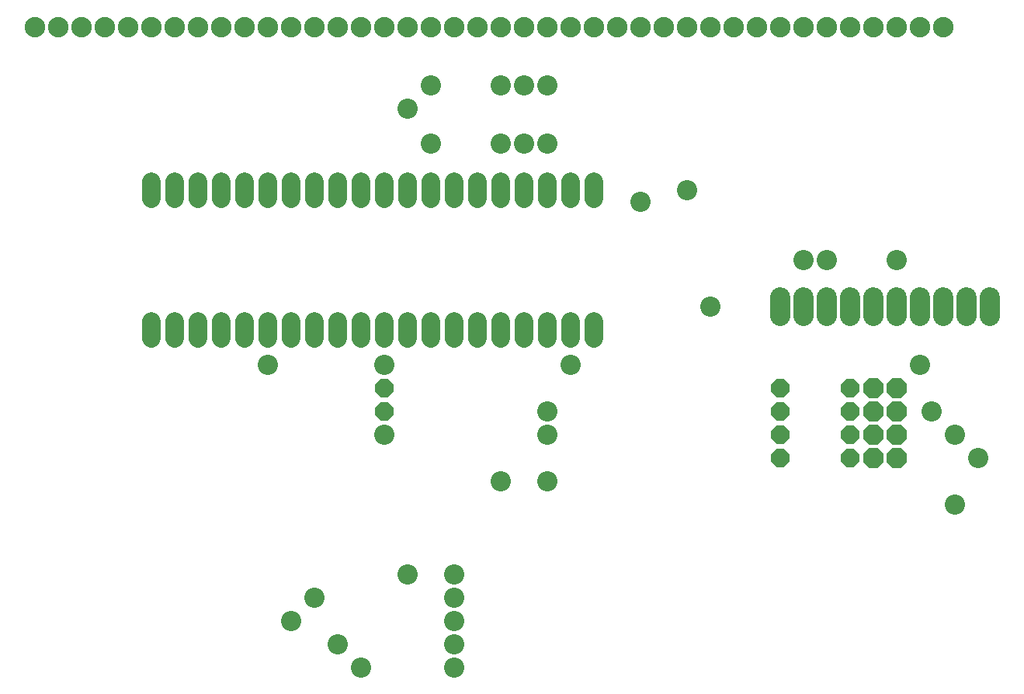
<source format=gbr>
G04 EAGLE Gerber RS-274X export*
G75*
%MOMM*%
%FSLAX34Y34*%
%LPD*%
%INSoldermask Top*%
%IPPOS*%
%AMOC8*
5,1,8,0,0,1.08239X$1,22.5*%
G01*
%ADD10C,2.032000*%
%ADD11C,2.235200*%
%ADD12C,2.235200*%
%ADD13P,2.199416X8X292.500000*%
%ADD14P,2.199416X8X22.500000*%
%ADD15P,2.419358X8X292.500000*%
%ADD16C,2.203200*%


D10*
X177800Y638556D02*
X177800Y656844D01*
X203200Y656844D02*
X203200Y638556D01*
X330200Y638556D02*
X330200Y656844D01*
X355600Y656844D02*
X355600Y638556D01*
X228600Y638556D02*
X228600Y656844D01*
X254000Y656844D02*
X254000Y638556D01*
X304800Y638556D02*
X304800Y656844D01*
X279400Y656844D02*
X279400Y638556D01*
X381000Y638556D02*
X381000Y656844D01*
X406400Y656844D02*
X406400Y638556D01*
X431800Y638556D02*
X431800Y656844D01*
X457200Y656844D02*
X457200Y638556D01*
X482600Y638556D02*
X482600Y656844D01*
X508000Y656844D02*
X508000Y638556D01*
X533400Y638556D02*
X533400Y656844D01*
X558800Y656844D02*
X558800Y638556D01*
X584200Y638556D02*
X584200Y656844D01*
X609600Y656844D02*
X609600Y638556D01*
X635000Y638556D02*
X635000Y656844D01*
X660400Y656844D02*
X660400Y638556D01*
X660400Y790956D02*
X660400Y809244D01*
X635000Y809244D02*
X635000Y790956D01*
X609600Y790956D02*
X609600Y809244D01*
X584200Y809244D02*
X584200Y790956D01*
X558800Y790956D02*
X558800Y809244D01*
X533400Y809244D02*
X533400Y790956D01*
X508000Y790956D02*
X508000Y809244D01*
X482600Y809244D02*
X482600Y790956D01*
X457200Y790956D02*
X457200Y809244D01*
X431800Y809244D02*
X431800Y790956D01*
X406400Y790956D02*
X406400Y809244D01*
X381000Y809244D02*
X381000Y790956D01*
X355600Y790956D02*
X355600Y809244D01*
X330200Y809244D02*
X330200Y790956D01*
X304800Y790956D02*
X304800Y809244D01*
X279400Y809244D02*
X279400Y790956D01*
X254000Y790956D02*
X254000Y809244D01*
X228600Y809244D02*
X228600Y790956D01*
X203200Y790956D02*
X203200Y809244D01*
X177800Y809244D02*
X177800Y790956D01*
D11*
X50800Y977900D03*
X76200Y977900D03*
X101600Y977900D03*
X127000Y977900D03*
X152400Y977900D03*
X177800Y977900D03*
X203200Y977900D03*
X228600Y977900D03*
X254000Y977900D03*
X279400Y977900D03*
X304800Y977900D03*
X330200Y977900D03*
X355600Y977900D03*
X381000Y977900D03*
X406400Y977900D03*
X431800Y977900D03*
X457200Y977900D03*
X482600Y977900D03*
X508000Y977900D03*
X533400Y977900D03*
X558800Y977900D03*
X584200Y977900D03*
X609600Y977900D03*
X635000Y977900D03*
X660400Y977900D03*
X685800Y977900D03*
X711200Y977900D03*
X736600Y977900D03*
X762000Y977900D03*
X787400Y977900D03*
X812800Y977900D03*
X838200Y977900D03*
X863600Y977900D03*
X889000Y977900D03*
X914400Y977900D03*
X939800Y977900D03*
X965200Y977900D03*
X990600Y977900D03*
X1016000Y977900D03*
X1041400Y977900D03*
D12*
X863600Y683260D02*
X863600Y662940D01*
X889000Y662940D02*
X889000Y683260D01*
X914400Y683260D02*
X914400Y662940D01*
X939800Y662940D02*
X939800Y683260D01*
X965200Y683260D02*
X965200Y662940D01*
X990600Y662940D02*
X990600Y683260D01*
X1016000Y683260D02*
X1016000Y662940D01*
X1041400Y662940D02*
X1041400Y683260D01*
X1066800Y683260D02*
X1066800Y662940D01*
X1092200Y662940D02*
X1092200Y683260D01*
D13*
X431800Y584200D03*
X431800Y558800D03*
D14*
X863600Y584200D03*
X939800Y584200D03*
X863600Y558800D03*
X939800Y558800D03*
X863600Y533400D03*
X939800Y533400D03*
X863600Y508000D03*
X939800Y508000D03*
D15*
X965200Y584200D03*
X990600Y584200D03*
X965200Y558800D03*
X990600Y558800D03*
X965200Y533400D03*
X990600Y533400D03*
X965200Y508000D03*
X990600Y508000D03*
D16*
X558800Y914400D03*
X304800Y609600D03*
X584200Y914400D03*
X558800Y482600D03*
X609600Y482600D03*
X1016000Y609600D03*
X609600Y914400D03*
X635000Y609600D03*
X762000Y800100D03*
X711200Y787400D03*
X508000Y381000D03*
X457200Y381000D03*
X508000Y355600D03*
X355600Y355600D03*
X508000Y330200D03*
X330200Y330200D03*
X508000Y304800D03*
X381000Y304800D03*
X508000Y279400D03*
X406400Y279400D03*
X1054100Y533400D03*
X1054100Y457200D03*
X584200Y850900D03*
X1079500Y508000D03*
X558800Y850900D03*
X1028700Y558800D03*
X609600Y850900D03*
X990600Y723900D03*
X482600Y850900D03*
X914400Y723900D03*
X457200Y889000D03*
X787400Y673100D03*
X609600Y533400D03*
X431800Y533400D03*
X482600Y914400D03*
X431800Y609600D03*
X609600Y558800D03*
X889000Y723900D03*
M02*

</source>
